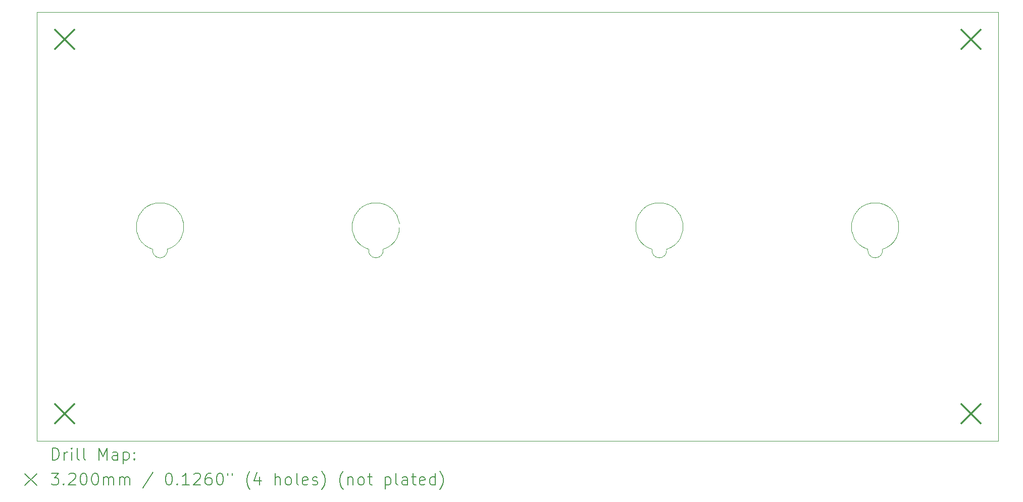
<source format=gbr>
%TF.GenerationSoftware,KiCad,Pcbnew,8.0.6*%
%TF.CreationDate,2025-12-06T11:12:12+01:00*%
%TF.ProjectId,lpt_nixie_clock,6c70745f-6e69-4786-9965-5f636c6f636b,rev?*%
%TF.SameCoordinates,Original*%
%TF.FileFunction,Drillmap*%
%TF.FilePolarity,Positive*%
%FSLAX45Y45*%
G04 Gerber Fmt 4.5, Leading zero omitted, Abs format (unit mm)*
G04 Created by KiCad (PCBNEW 8.0.6) date 2025-12-06 11:12:12*
%MOMM*%
%LPD*%
G01*
G04 APERTURE LIST*
%ADD10C,0.050000*%
%ADD11C,0.200000*%
%ADD12C,0.320000*%
G04 APERTURE END LIST*
D10*
X6355000Y-8120000D02*
X22475000Y-8120000D01*
X22475000Y-15320000D01*
X6355000Y-15320000D01*
X6355000Y-8120000D01*
X20286382Y-12099764D02*
G75*
G02*
X20531270Y-12099775I122461J379764D01*
G01*
X20531343Y-12100000D02*
G75*
G02*
X20286382Y-12099764I-122500J-20000D01*
G01*
X8294682Y-12099764D02*
G75*
G02*
X8539570Y-12099775I122461J379764D01*
G01*
X8539643Y-12100000D02*
G75*
G02*
X8294682Y-12099764I-122500J-20000D01*
G01*
X11914719Y-12099153D02*
G75*
G02*
X12159608Y-12099164I122461J379764D01*
G01*
X12159681Y-12099389D02*
G75*
G02*
X11914719Y-12099153I-122500J-20000D01*
G01*
X16666382Y-12099764D02*
G75*
G02*
X16911270Y-12099775I122461J379764D01*
G01*
X16911343Y-12100000D02*
G75*
G02*
X16666382Y-12099764I-122500J-20000D01*
G01*
D11*
D12*
X6655000Y-8420000D02*
X6975000Y-8740000D01*
X6975000Y-8420000D02*
X6655000Y-8740000D01*
X6655000Y-14700000D02*
X6975000Y-15020000D01*
X6975000Y-14700000D02*
X6655000Y-15020000D01*
X21855000Y-8420000D02*
X22175000Y-8740000D01*
X22175000Y-8420000D02*
X21855000Y-8740000D01*
X21855000Y-14700000D02*
X22175000Y-15020000D01*
X22175000Y-14700000D02*
X21855000Y-15020000D01*
D11*
X6613277Y-15633984D02*
X6613277Y-15433984D01*
X6613277Y-15433984D02*
X6660896Y-15433984D01*
X6660896Y-15433984D02*
X6689467Y-15443508D01*
X6689467Y-15443508D02*
X6708515Y-15462555D01*
X6708515Y-15462555D02*
X6718039Y-15481603D01*
X6718039Y-15481603D02*
X6727562Y-15519698D01*
X6727562Y-15519698D02*
X6727562Y-15548269D01*
X6727562Y-15548269D02*
X6718039Y-15586365D01*
X6718039Y-15586365D02*
X6708515Y-15605412D01*
X6708515Y-15605412D02*
X6689467Y-15624460D01*
X6689467Y-15624460D02*
X6660896Y-15633984D01*
X6660896Y-15633984D02*
X6613277Y-15633984D01*
X6813277Y-15633984D02*
X6813277Y-15500650D01*
X6813277Y-15538746D02*
X6822801Y-15519698D01*
X6822801Y-15519698D02*
X6832324Y-15510174D01*
X6832324Y-15510174D02*
X6851372Y-15500650D01*
X6851372Y-15500650D02*
X6870420Y-15500650D01*
X6937086Y-15633984D02*
X6937086Y-15500650D01*
X6937086Y-15433984D02*
X6927562Y-15443508D01*
X6927562Y-15443508D02*
X6937086Y-15453031D01*
X6937086Y-15453031D02*
X6946610Y-15443508D01*
X6946610Y-15443508D02*
X6937086Y-15433984D01*
X6937086Y-15433984D02*
X6937086Y-15453031D01*
X7060896Y-15633984D02*
X7041848Y-15624460D01*
X7041848Y-15624460D02*
X7032324Y-15605412D01*
X7032324Y-15605412D02*
X7032324Y-15433984D01*
X7165658Y-15633984D02*
X7146610Y-15624460D01*
X7146610Y-15624460D02*
X7137086Y-15605412D01*
X7137086Y-15605412D02*
X7137086Y-15433984D01*
X7394229Y-15633984D02*
X7394229Y-15433984D01*
X7394229Y-15433984D02*
X7460896Y-15576841D01*
X7460896Y-15576841D02*
X7527562Y-15433984D01*
X7527562Y-15433984D02*
X7527562Y-15633984D01*
X7708515Y-15633984D02*
X7708515Y-15529222D01*
X7708515Y-15529222D02*
X7698991Y-15510174D01*
X7698991Y-15510174D02*
X7679943Y-15500650D01*
X7679943Y-15500650D02*
X7641848Y-15500650D01*
X7641848Y-15500650D02*
X7622801Y-15510174D01*
X7708515Y-15624460D02*
X7689467Y-15633984D01*
X7689467Y-15633984D02*
X7641848Y-15633984D01*
X7641848Y-15633984D02*
X7622801Y-15624460D01*
X7622801Y-15624460D02*
X7613277Y-15605412D01*
X7613277Y-15605412D02*
X7613277Y-15586365D01*
X7613277Y-15586365D02*
X7622801Y-15567317D01*
X7622801Y-15567317D02*
X7641848Y-15557793D01*
X7641848Y-15557793D02*
X7689467Y-15557793D01*
X7689467Y-15557793D02*
X7708515Y-15548269D01*
X7803753Y-15500650D02*
X7803753Y-15700650D01*
X7803753Y-15510174D02*
X7822801Y-15500650D01*
X7822801Y-15500650D02*
X7860896Y-15500650D01*
X7860896Y-15500650D02*
X7879943Y-15510174D01*
X7879943Y-15510174D02*
X7889467Y-15519698D01*
X7889467Y-15519698D02*
X7898991Y-15538746D01*
X7898991Y-15538746D02*
X7898991Y-15595888D01*
X7898991Y-15595888D02*
X7889467Y-15614936D01*
X7889467Y-15614936D02*
X7879943Y-15624460D01*
X7879943Y-15624460D02*
X7860896Y-15633984D01*
X7860896Y-15633984D02*
X7822801Y-15633984D01*
X7822801Y-15633984D02*
X7803753Y-15624460D01*
X7984705Y-15614936D02*
X7994229Y-15624460D01*
X7994229Y-15624460D02*
X7984705Y-15633984D01*
X7984705Y-15633984D02*
X7975182Y-15624460D01*
X7975182Y-15624460D02*
X7984705Y-15614936D01*
X7984705Y-15614936D02*
X7984705Y-15633984D01*
X7984705Y-15510174D02*
X7994229Y-15519698D01*
X7994229Y-15519698D02*
X7984705Y-15529222D01*
X7984705Y-15529222D02*
X7975182Y-15519698D01*
X7975182Y-15519698D02*
X7984705Y-15510174D01*
X7984705Y-15510174D02*
X7984705Y-15529222D01*
X6152500Y-15862500D02*
X6352500Y-16062500D01*
X6352500Y-15862500D02*
X6152500Y-16062500D01*
X6594229Y-15853984D02*
X6718039Y-15853984D01*
X6718039Y-15853984D02*
X6651372Y-15930174D01*
X6651372Y-15930174D02*
X6679943Y-15930174D01*
X6679943Y-15930174D02*
X6698991Y-15939698D01*
X6698991Y-15939698D02*
X6708515Y-15949222D01*
X6708515Y-15949222D02*
X6718039Y-15968269D01*
X6718039Y-15968269D02*
X6718039Y-16015888D01*
X6718039Y-16015888D02*
X6708515Y-16034936D01*
X6708515Y-16034936D02*
X6698991Y-16044460D01*
X6698991Y-16044460D02*
X6679943Y-16053984D01*
X6679943Y-16053984D02*
X6622801Y-16053984D01*
X6622801Y-16053984D02*
X6603753Y-16044460D01*
X6603753Y-16044460D02*
X6594229Y-16034936D01*
X6803753Y-16034936D02*
X6813277Y-16044460D01*
X6813277Y-16044460D02*
X6803753Y-16053984D01*
X6803753Y-16053984D02*
X6794229Y-16044460D01*
X6794229Y-16044460D02*
X6803753Y-16034936D01*
X6803753Y-16034936D02*
X6803753Y-16053984D01*
X6889467Y-15873031D02*
X6898991Y-15863508D01*
X6898991Y-15863508D02*
X6918039Y-15853984D01*
X6918039Y-15853984D02*
X6965658Y-15853984D01*
X6965658Y-15853984D02*
X6984705Y-15863508D01*
X6984705Y-15863508D02*
X6994229Y-15873031D01*
X6994229Y-15873031D02*
X7003753Y-15892079D01*
X7003753Y-15892079D02*
X7003753Y-15911127D01*
X7003753Y-15911127D02*
X6994229Y-15939698D01*
X6994229Y-15939698D02*
X6879943Y-16053984D01*
X6879943Y-16053984D02*
X7003753Y-16053984D01*
X7127562Y-15853984D02*
X7146610Y-15853984D01*
X7146610Y-15853984D02*
X7165658Y-15863508D01*
X7165658Y-15863508D02*
X7175182Y-15873031D01*
X7175182Y-15873031D02*
X7184705Y-15892079D01*
X7184705Y-15892079D02*
X7194229Y-15930174D01*
X7194229Y-15930174D02*
X7194229Y-15977793D01*
X7194229Y-15977793D02*
X7184705Y-16015888D01*
X7184705Y-16015888D02*
X7175182Y-16034936D01*
X7175182Y-16034936D02*
X7165658Y-16044460D01*
X7165658Y-16044460D02*
X7146610Y-16053984D01*
X7146610Y-16053984D02*
X7127562Y-16053984D01*
X7127562Y-16053984D02*
X7108515Y-16044460D01*
X7108515Y-16044460D02*
X7098991Y-16034936D01*
X7098991Y-16034936D02*
X7089467Y-16015888D01*
X7089467Y-16015888D02*
X7079943Y-15977793D01*
X7079943Y-15977793D02*
X7079943Y-15930174D01*
X7079943Y-15930174D02*
X7089467Y-15892079D01*
X7089467Y-15892079D02*
X7098991Y-15873031D01*
X7098991Y-15873031D02*
X7108515Y-15863508D01*
X7108515Y-15863508D02*
X7127562Y-15853984D01*
X7318039Y-15853984D02*
X7337086Y-15853984D01*
X7337086Y-15853984D02*
X7356134Y-15863508D01*
X7356134Y-15863508D02*
X7365658Y-15873031D01*
X7365658Y-15873031D02*
X7375182Y-15892079D01*
X7375182Y-15892079D02*
X7384705Y-15930174D01*
X7384705Y-15930174D02*
X7384705Y-15977793D01*
X7384705Y-15977793D02*
X7375182Y-16015888D01*
X7375182Y-16015888D02*
X7365658Y-16034936D01*
X7365658Y-16034936D02*
X7356134Y-16044460D01*
X7356134Y-16044460D02*
X7337086Y-16053984D01*
X7337086Y-16053984D02*
X7318039Y-16053984D01*
X7318039Y-16053984D02*
X7298991Y-16044460D01*
X7298991Y-16044460D02*
X7289467Y-16034936D01*
X7289467Y-16034936D02*
X7279943Y-16015888D01*
X7279943Y-16015888D02*
X7270420Y-15977793D01*
X7270420Y-15977793D02*
X7270420Y-15930174D01*
X7270420Y-15930174D02*
X7279943Y-15892079D01*
X7279943Y-15892079D02*
X7289467Y-15873031D01*
X7289467Y-15873031D02*
X7298991Y-15863508D01*
X7298991Y-15863508D02*
X7318039Y-15853984D01*
X7470420Y-16053984D02*
X7470420Y-15920650D01*
X7470420Y-15939698D02*
X7479943Y-15930174D01*
X7479943Y-15930174D02*
X7498991Y-15920650D01*
X7498991Y-15920650D02*
X7527563Y-15920650D01*
X7527563Y-15920650D02*
X7546610Y-15930174D01*
X7546610Y-15930174D02*
X7556134Y-15949222D01*
X7556134Y-15949222D02*
X7556134Y-16053984D01*
X7556134Y-15949222D02*
X7565658Y-15930174D01*
X7565658Y-15930174D02*
X7584705Y-15920650D01*
X7584705Y-15920650D02*
X7613277Y-15920650D01*
X7613277Y-15920650D02*
X7632324Y-15930174D01*
X7632324Y-15930174D02*
X7641848Y-15949222D01*
X7641848Y-15949222D02*
X7641848Y-16053984D01*
X7737086Y-16053984D02*
X7737086Y-15920650D01*
X7737086Y-15939698D02*
X7746610Y-15930174D01*
X7746610Y-15930174D02*
X7765658Y-15920650D01*
X7765658Y-15920650D02*
X7794229Y-15920650D01*
X7794229Y-15920650D02*
X7813277Y-15930174D01*
X7813277Y-15930174D02*
X7822801Y-15949222D01*
X7822801Y-15949222D02*
X7822801Y-16053984D01*
X7822801Y-15949222D02*
X7832324Y-15930174D01*
X7832324Y-15930174D02*
X7851372Y-15920650D01*
X7851372Y-15920650D02*
X7879943Y-15920650D01*
X7879943Y-15920650D02*
X7898991Y-15930174D01*
X7898991Y-15930174D02*
X7908515Y-15949222D01*
X7908515Y-15949222D02*
X7908515Y-16053984D01*
X8298991Y-15844460D02*
X8127563Y-16101603D01*
X8556134Y-15853984D02*
X8575182Y-15853984D01*
X8575182Y-15853984D02*
X8594229Y-15863508D01*
X8594229Y-15863508D02*
X8603753Y-15873031D01*
X8603753Y-15873031D02*
X8613277Y-15892079D01*
X8613277Y-15892079D02*
X8622801Y-15930174D01*
X8622801Y-15930174D02*
X8622801Y-15977793D01*
X8622801Y-15977793D02*
X8613277Y-16015888D01*
X8613277Y-16015888D02*
X8603753Y-16034936D01*
X8603753Y-16034936D02*
X8594229Y-16044460D01*
X8594229Y-16044460D02*
X8575182Y-16053984D01*
X8575182Y-16053984D02*
X8556134Y-16053984D01*
X8556134Y-16053984D02*
X8537087Y-16044460D01*
X8537087Y-16044460D02*
X8527563Y-16034936D01*
X8527563Y-16034936D02*
X8518039Y-16015888D01*
X8518039Y-16015888D02*
X8508515Y-15977793D01*
X8508515Y-15977793D02*
X8508515Y-15930174D01*
X8508515Y-15930174D02*
X8518039Y-15892079D01*
X8518039Y-15892079D02*
X8527563Y-15873031D01*
X8527563Y-15873031D02*
X8537087Y-15863508D01*
X8537087Y-15863508D02*
X8556134Y-15853984D01*
X8708515Y-16034936D02*
X8718039Y-16044460D01*
X8718039Y-16044460D02*
X8708515Y-16053984D01*
X8708515Y-16053984D02*
X8698991Y-16044460D01*
X8698991Y-16044460D02*
X8708515Y-16034936D01*
X8708515Y-16034936D02*
X8708515Y-16053984D01*
X8908515Y-16053984D02*
X8794229Y-16053984D01*
X8851372Y-16053984D02*
X8851372Y-15853984D01*
X8851372Y-15853984D02*
X8832325Y-15882555D01*
X8832325Y-15882555D02*
X8813277Y-15901603D01*
X8813277Y-15901603D02*
X8794229Y-15911127D01*
X8984706Y-15873031D02*
X8994229Y-15863508D01*
X8994229Y-15863508D02*
X9013277Y-15853984D01*
X9013277Y-15853984D02*
X9060896Y-15853984D01*
X9060896Y-15853984D02*
X9079944Y-15863508D01*
X9079944Y-15863508D02*
X9089468Y-15873031D01*
X9089468Y-15873031D02*
X9098991Y-15892079D01*
X9098991Y-15892079D02*
X9098991Y-15911127D01*
X9098991Y-15911127D02*
X9089468Y-15939698D01*
X9089468Y-15939698D02*
X8975182Y-16053984D01*
X8975182Y-16053984D02*
X9098991Y-16053984D01*
X9270420Y-15853984D02*
X9232325Y-15853984D01*
X9232325Y-15853984D02*
X9213277Y-15863508D01*
X9213277Y-15863508D02*
X9203753Y-15873031D01*
X9203753Y-15873031D02*
X9184706Y-15901603D01*
X9184706Y-15901603D02*
X9175182Y-15939698D01*
X9175182Y-15939698D02*
X9175182Y-16015888D01*
X9175182Y-16015888D02*
X9184706Y-16034936D01*
X9184706Y-16034936D02*
X9194229Y-16044460D01*
X9194229Y-16044460D02*
X9213277Y-16053984D01*
X9213277Y-16053984D02*
X9251372Y-16053984D01*
X9251372Y-16053984D02*
X9270420Y-16044460D01*
X9270420Y-16044460D02*
X9279944Y-16034936D01*
X9279944Y-16034936D02*
X9289468Y-16015888D01*
X9289468Y-16015888D02*
X9289468Y-15968269D01*
X9289468Y-15968269D02*
X9279944Y-15949222D01*
X9279944Y-15949222D02*
X9270420Y-15939698D01*
X9270420Y-15939698D02*
X9251372Y-15930174D01*
X9251372Y-15930174D02*
X9213277Y-15930174D01*
X9213277Y-15930174D02*
X9194229Y-15939698D01*
X9194229Y-15939698D02*
X9184706Y-15949222D01*
X9184706Y-15949222D02*
X9175182Y-15968269D01*
X9413277Y-15853984D02*
X9432325Y-15853984D01*
X9432325Y-15853984D02*
X9451372Y-15863508D01*
X9451372Y-15863508D02*
X9460896Y-15873031D01*
X9460896Y-15873031D02*
X9470420Y-15892079D01*
X9470420Y-15892079D02*
X9479944Y-15930174D01*
X9479944Y-15930174D02*
X9479944Y-15977793D01*
X9479944Y-15977793D02*
X9470420Y-16015888D01*
X9470420Y-16015888D02*
X9460896Y-16034936D01*
X9460896Y-16034936D02*
X9451372Y-16044460D01*
X9451372Y-16044460D02*
X9432325Y-16053984D01*
X9432325Y-16053984D02*
X9413277Y-16053984D01*
X9413277Y-16053984D02*
X9394229Y-16044460D01*
X9394229Y-16044460D02*
X9384706Y-16034936D01*
X9384706Y-16034936D02*
X9375182Y-16015888D01*
X9375182Y-16015888D02*
X9365658Y-15977793D01*
X9365658Y-15977793D02*
X9365658Y-15930174D01*
X9365658Y-15930174D02*
X9375182Y-15892079D01*
X9375182Y-15892079D02*
X9384706Y-15873031D01*
X9384706Y-15873031D02*
X9394229Y-15863508D01*
X9394229Y-15863508D02*
X9413277Y-15853984D01*
X9556134Y-15853984D02*
X9556134Y-15892079D01*
X9632325Y-15853984D02*
X9632325Y-15892079D01*
X9927563Y-16130174D02*
X9918039Y-16120650D01*
X9918039Y-16120650D02*
X9898991Y-16092079D01*
X9898991Y-16092079D02*
X9889468Y-16073031D01*
X9889468Y-16073031D02*
X9879944Y-16044460D01*
X9879944Y-16044460D02*
X9870420Y-15996841D01*
X9870420Y-15996841D02*
X9870420Y-15958746D01*
X9870420Y-15958746D02*
X9879944Y-15911127D01*
X9879944Y-15911127D02*
X9889468Y-15882555D01*
X9889468Y-15882555D02*
X9898991Y-15863508D01*
X9898991Y-15863508D02*
X9918039Y-15834936D01*
X9918039Y-15834936D02*
X9927563Y-15825412D01*
X10089468Y-15920650D02*
X10089468Y-16053984D01*
X10041849Y-15844460D02*
X9994230Y-15987317D01*
X9994230Y-15987317D02*
X10118039Y-15987317D01*
X10346611Y-16053984D02*
X10346611Y-15853984D01*
X10432325Y-16053984D02*
X10432325Y-15949222D01*
X10432325Y-15949222D02*
X10422801Y-15930174D01*
X10422801Y-15930174D02*
X10403753Y-15920650D01*
X10403753Y-15920650D02*
X10375182Y-15920650D01*
X10375182Y-15920650D02*
X10356134Y-15930174D01*
X10356134Y-15930174D02*
X10346611Y-15939698D01*
X10556134Y-16053984D02*
X10537087Y-16044460D01*
X10537087Y-16044460D02*
X10527563Y-16034936D01*
X10527563Y-16034936D02*
X10518039Y-16015888D01*
X10518039Y-16015888D02*
X10518039Y-15958746D01*
X10518039Y-15958746D02*
X10527563Y-15939698D01*
X10527563Y-15939698D02*
X10537087Y-15930174D01*
X10537087Y-15930174D02*
X10556134Y-15920650D01*
X10556134Y-15920650D02*
X10584706Y-15920650D01*
X10584706Y-15920650D02*
X10603753Y-15930174D01*
X10603753Y-15930174D02*
X10613277Y-15939698D01*
X10613277Y-15939698D02*
X10622801Y-15958746D01*
X10622801Y-15958746D02*
X10622801Y-16015888D01*
X10622801Y-16015888D02*
X10613277Y-16034936D01*
X10613277Y-16034936D02*
X10603753Y-16044460D01*
X10603753Y-16044460D02*
X10584706Y-16053984D01*
X10584706Y-16053984D02*
X10556134Y-16053984D01*
X10737087Y-16053984D02*
X10718039Y-16044460D01*
X10718039Y-16044460D02*
X10708515Y-16025412D01*
X10708515Y-16025412D02*
X10708515Y-15853984D01*
X10889468Y-16044460D02*
X10870420Y-16053984D01*
X10870420Y-16053984D02*
X10832325Y-16053984D01*
X10832325Y-16053984D02*
X10813277Y-16044460D01*
X10813277Y-16044460D02*
X10803753Y-16025412D01*
X10803753Y-16025412D02*
X10803753Y-15949222D01*
X10803753Y-15949222D02*
X10813277Y-15930174D01*
X10813277Y-15930174D02*
X10832325Y-15920650D01*
X10832325Y-15920650D02*
X10870420Y-15920650D01*
X10870420Y-15920650D02*
X10889468Y-15930174D01*
X10889468Y-15930174D02*
X10898992Y-15949222D01*
X10898992Y-15949222D02*
X10898992Y-15968269D01*
X10898992Y-15968269D02*
X10803753Y-15987317D01*
X10975182Y-16044460D02*
X10994230Y-16053984D01*
X10994230Y-16053984D02*
X11032325Y-16053984D01*
X11032325Y-16053984D02*
X11051373Y-16044460D01*
X11051373Y-16044460D02*
X11060896Y-16025412D01*
X11060896Y-16025412D02*
X11060896Y-16015888D01*
X11060896Y-16015888D02*
X11051373Y-15996841D01*
X11051373Y-15996841D02*
X11032325Y-15987317D01*
X11032325Y-15987317D02*
X11003753Y-15987317D01*
X11003753Y-15987317D02*
X10984706Y-15977793D01*
X10984706Y-15977793D02*
X10975182Y-15958746D01*
X10975182Y-15958746D02*
X10975182Y-15949222D01*
X10975182Y-15949222D02*
X10984706Y-15930174D01*
X10984706Y-15930174D02*
X11003753Y-15920650D01*
X11003753Y-15920650D02*
X11032325Y-15920650D01*
X11032325Y-15920650D02*
X11051373Y-15930174D01*
X11127563Y-16130174D02*
X11137087Y-16120650D01*
X11137087Y-16120650D02*
X11156134Y-16092079D01*
X11156134Y-16092079D02*
X11165658Y-16073031D01*
X11165658Y-16073031D02*
X11175182Y-16044460D01*
X11175182Y-16044460D02*
X11184706Y-15996841D01*
X11184706Y-15996841D02*
X11184706Y-15958746D01*
X11184706Y-15958746D02*
X11175182Y-15911127D01*
X11175182Y-15911127D02*
X11165658Y-15882555D01*
X11165658Y-15882555D02*
X11156134Y-15863508D01*
X11156134Y-15863508D02*
X11137087Y-15834936D01*
X11137087Y-15834936D02*
X11127563Y-15825412D01*
X11489468Y-16130174D02*
X11479944Y-16120650D01*
X11479944Y-16120650D02*
X11460896Y-16092079D01*
X11460896Y-16092079D02*
X11451372Y-16073031D01*
X11451372Y-16073031D02*
X11441849Y-16044460D01*
X11441849Y-16044460D02*
X11432325Y-15996841D01*
X11432325Y-15996841D02*
X11432325Y-15958746D01*
X11432325Y-15958746D02*
X11441849Y-15911127D01*
X11441849Y-15911127D02*
X11451372Y-15882555D01*
X11451372Y-15882555D02*
X11460896Y-15863508D01*
X11460896Y-15863508D02*
X11479944Y-15834936D01*
X11479944Y-15834936D02*
X11489468Y-15825412D01*
X11565658Y-15920650D02*
X11565658Y-16053984D01*
X11565658Y-15939698D02*
X11575182Y-15930174D01*
X11575182Y-15930174D02*
X11594230Y-15920650D01*
X11594230Y-15920650D02*
X11622801Y-15920650D01*
X11622801Y-15920650D02*
X11641849Y-15930174D01*
X11641849Y-15930174D02*
X11651372Y-15949222D01*
X11651372Y-15949222D02*
X11651372Y-16053984D01*
X11775182Y-16053984D02*
X11756134Y-16044460D01*
X11756134Y-16044460D02*
X11746611Y-16034936D01*
X11746611Y-16034936D02*
X11737087Y-16015888D01*
X11737087Y-16015888D02*
X11737087Y-15958746D01*
X11737087Y-15958746D02*
X11746611Y-15939698D01*
X11746611Y-15939698D02*
X11756134Y-15930174D01*
X11756134Y-15930174D02*
X11775182Y-15920650D01*
X11775182Y-15920650D02*
X11803753Y-15920650D01*
X11803753Y-15920650D02*
X11822801Y-15930174D01*
X11822801Y-15930174D02*
X11832325Y-15939698D01*
X11832325Y-15939698D02*
X11841849Y-15958746D01*
X11841849Y-15958746D02*
X11841849Y-16015888D01*
X11841849Y-16015888D02*
X11832325Y-16034936D01*
X11832325Y-16034936D02*
X11822801Y-16044460D01*
X11822801Y-16044460D02*
X11803753Y-16053984D01*
X11803753Y-16053984D02*
X11775182Y-16053984D01*
X11898992Y-15920650D02*
X11975182Y-15920650D01*
X11927563Y-15853984D02*
X11927563Y-16025412D01*
X11927563Y-16025412D02*
X11937087Y-16044460D01*
X11937087Y-16044460D02*
X11956134Y-16053984D01*
X11956134Y-16053984D02*
X11975182Y-16053984D01*
X12194230Y-15920650D02*
X12194230Y-16120650D01*
X12194230Y-15930174D02*
X12213277Y-15920650D01*
X12213277Y-15920650D02*
X12251373Y-15920650D01*
X12251373Y-15920650D02*
X12270420Y-15930174D01*
X12270420Y-15930174D02*
X12279944Y-15939698D01*
X12279944Y-15939698D02*
X12289468Y-15958746D01*
X12289468Y-15958746D02*
X12289468Y-16015888D01*
X12289468Y-16015888D02*
X12279944Y-16034936D01*
X12279944Y-16034936D02*
X12270420Y-16044460D01*
X12270420Y-16044460D02*
X12251373Y-16053984D01*
X12251373Y-16053984D02*
X12213277Y-16053984D01*
X12213277Y-16053984D02*
X12194230Y-16044460D01*
X12403753Y-16053984D02*
X12384706Y-16044460D01*
X12384706Y-16044460D02*
X12375182Y-16025412D01*
X12375182Y-16025412D02*
X12375182Y-15853984D01*
X12565658Y-16053984D02*
X12565658Y-15949222D01*
X12565658Y-15949222D02*
X12556134Y-15930174D01*
X12556134Y-15930174D02*
X12537087Y-15920650D01*
X12537087Y-15920650D02*
X12498992Y-15920650D01*
X12498992Y-15920650D02*
X12479944Y-15930174D01*
X12565658Y-16044460D02*
X12546611Y-16053984D01*
X12546611Y-16053984D02*
X12498992Y-16053984D01*
X12498992Y-16053984D02*
X12479944Y-16044460D01*
X12479944Y-16044460D02*
X12470420Y-16025412D01*
X12470420Y-16025412D02*
X12470420Y-16006365D01*
X12470420Y-16006365D02*
X12479944Y-15987317D01*
X12479944Y-15987317D02*
X12498992Y-15977793D01*
X12498992Y-15977793D02*
X12546611Y-15977793D01*
X12546611Y-15977793D02*
X12565658Y-15968269D01*
X12632325Y-15920650D02*
X12708515Y-15920650D01*
X12660896Y-15853984D02*
X12660896Y-16025412D01*
X12660896Y-16025412D02*
X12670420Y-16044460D01*
X12670420Y-16044460D02*
X12689468Y-16053984D01*
X12689468Y-16053984D02*
X12708515Y-16053984D01*
X12851373Y-16044460D02*
X12832325Y-16053984D01*
X12832325Y-16053984D02*
X12794230Y-16053984D01*
X12794230Y-16053984D02*
X12775182Y-16044460D01*
X12775182Y-16044460D02*
X12765658Y-16025412D01*
X12765658Y-16025412D02*
X12765658Y-15949222D01*
X12765658Y-15949222D02*
X12775182Y-15930174D01*
X12775182Y-15930174D02*
X12794230Y-15920650D01*
X12794230Y-15920650D02*
X12832325Y-15920650D01*
X12832325Y-15920650D02*
X12851373Y-15930174D01*
X12851373Y-15930174D02*
X12860896Y-15949222D01*
X12860896Y-15949222D02*
X12860896Y-15968269D01*
X12860896Y-15968269D02*
X12765658Y-15987317D01*
X13032325Y-16053984D02*
X13032325Y-15853984D01*
X13032325Y-16044460D02*
X13013277Y-16053984D01*
X13013277Y-16053984D02*
X12975182Y-16053984D01*
X12975182Y-16053984D02*
X12956134Y-16044460D01*
X12956134Y-16044460D02*
X12946611Y-16034936D01*
X12946611Y-16034936D02*
X12937087Y-16015888D01*
X12937087Y-16015888D02*
X12937087Y-15958746D01*
X12937087Y-15958746D02*
X12946611Y-15939698D01*
X12946611Y-15939698D02*
X12956134Y-15930174D01*
X12956134Y-15930174D02*
X12975182Y-15920650D01*
X12975182Y-15920650D02*
X13013277Y-15920650D01*
X13013277Y-15920650D02*
X13032325Y-15930174D01*
X13108515Y-16130174D02*
X13118039Y-16120650D01*
X13118039Y-16120650D02*
X13137087Y-16092079D01*
X13137087Y-16092079D02*
X13146611Y-16073031D01*
X13146611Y-16073031D02*
X13156134Y-16044460D01*
X13156134Y-16044460D02*
X13165658Y-15996841D01*
X13165658Y-15996841D02*
X13165658Y-15958746D01*
X13165658Y-15958746D02*
X13156134Y-15911127D01*
X13156134Y-15911127D02*
X13146611Y-15882555D01*
X13146611Y-15882555D02*
X13137087Y-15863508D01*
X13137087Y-15863508D02*
X13118039Y-15834936D01*
X13118039Y-15834936D02*
X13108515Y-15825412D01*
M02*

</source>
